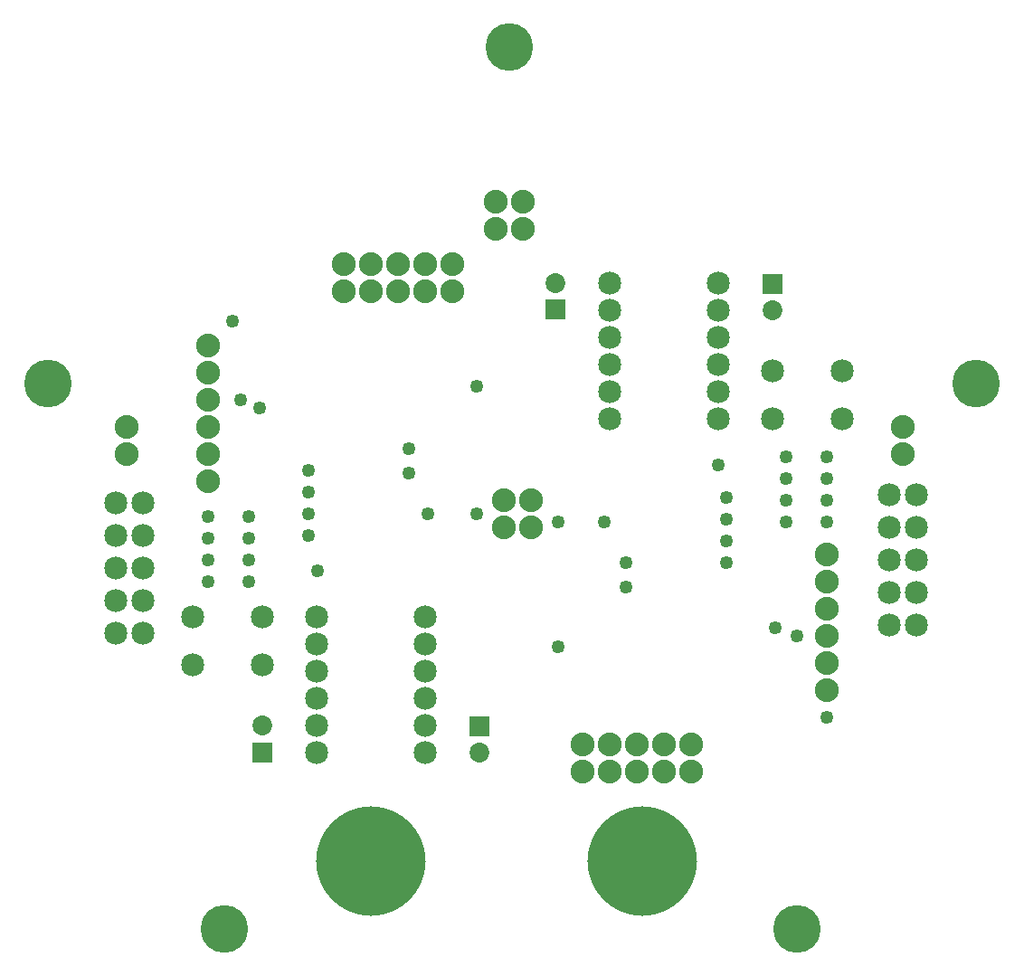
<source format=gbs>
G04 MADE WITH FRITZING*
G04 WWW.FRITZING.ORG*
G04 DOUBLE SIDED*
G04 HOLES PLATED*
G04 CONTOUR ON CENTER OF CONTOUR VECTOR*
%ASAXBY*%
%FSLAX23Y23*%
%MOIN*%
%OFA0B0*%
%SFA1.0B1.0*%
%ADD10C,0.049370*%
%ADD11C,0.085000*%
%ADD12C,0.088000*%
%ADD13C,0.175354*%
%ADD14C,0.072992*%
%ADD15C,0.403700*%
%ADD16R,0.072992X0.072992*%
%LNMASK0*%
G90*
G70*
G54D10*
X2970Y1274D03*
X2890Y1304D03*
X920Y2144D03*
X990Y2114D03*
G54D11*
X3310Y1314D03*
X3410Y1314D03*
X560Y1284D03*
X460Y1284D03*
X560Y1404D03*
X460Y1404D03*
X560Y1764D03*
X460Y1764D03*
X560Y1644D03*
X460Y1644D03*
X560Y1524D03*
X460Y1524D03*
X3310Y1794D03*
X3410Y1794D03*
X3310Y1434D03*
X3410Y1434D03*
X3310Y1554D03*
X3410Y1554D03*
X3310Y1674D03*
X3410Y1674D03*
G54D10*
X950Y1474D03*
X950Y1634D03*
X800Y1714D03*
X950Y1554D03*
X800Y1634D03*
X800Y1554D03*
X950Y1714D03*
X800Y1474D03*
X3080Y1774D03*
X3080Y1854D03*
X3080Y1934D03*
X3080Y1694D03*
X2930Y1934D03*
X2930Y1854D03*
X2930Y1774D03*
X2930Y1694D03*
X2090Y1694D03*
X2090Y1234D03*
X3080Y974D03*
X1790Y1724D03*
X1790Y2194D03*
X890Y2434D03*
X2680Y1904D03*
X1201Y1514D03*
G54D12*
X1860Y2874D03*
X1860Y2774D03*
X1860Y2874D03*
X1860Y2774D03*
X1960Y2774D03*
X1960Y2874D03*
G54D13*
X3630Y2204D03*
X2970Y194D03*
X860Y194D03*
X210Y2204D03*
X1910Y3444D03*
G54D10*
X1170Y1884D03*
X2710Y1784D03*
X1170Y1804D03*
X2710Y1704D03*
X1170Y1724D03*
X2710Y1624D03*
X1170Y1644D03*
X2710Y1544D03*
X1540Y1964D03*
X2340Y1544D03*
X1540Y1874D03*
X2340Y1454D03*
X2260Y1694D03*
X1610Y1724D03*
G54D11*
X2680Y2574D03*
X2280Y2574D03*
X1200Y844D03*
X1600Y844D03*
X2680Y2474D03*
X2280Y2474D03*
X1200Y944D03*
X1600Y944D03*
X2680Y2374D03*
X2280Y2374D03*
X1200Y1044D03*
X1600Y1044D03*
X2680Y2274D03*
X2280Y2274D03*
X1200Y1144D03*
X1600Y1144D03*
X2680Y2174D03*
X2280Y2174D03*
X1200Y1244D03*
X1600Y1244D03*
X2680Y2074D03*
X2280Y2074D03*
X1200Y1344D03*
X1600Y1344D03*
G54D14*
X2880Y2572D03*
X2880Y2474D03*
X1000Y845D03*
X1000Y944D03*
X2080Y2476D03*
X2080Y2574D03*
X1800Y942D03*
X1800Y844D03*
G54D12*
X2180Y774D03*
X2280Y774D03*
X2380Y774D03*
X2480Y774D03*
X2580Y774D03*
X1700Y2644D03*
X1600Y2644D03*
X1500Y2644D03*
X1400Y2644D03*
X1300Y2644D03*
X2180Y874D03*
X2280Y874D03*
X2380Y874D03*
X2480Y874D03*
X2580Y874D03*
X1700Y2544D03*
X1600Y2544D03*
X1500Y2544D03*
X1400Y2544D03*
X1300Y2544D03*
X3080Y1074D03*
X3080Y1174D03*
X3080Y1274D03*
X3080Y1374D03*
X3080Y1474D03*
X3080Y1574D03*
X800Y2344D03*
X800Y2244D03*
X800Y2144D03*
X800Y2044D03*
X800Y1944D03*
X800Y1844D03*
G54D11*
X2880Y2251D03*
X3136Y2251D03*
X2880Y2074D03*
X3136Y2074D03*
X1000Y1167D03*
X744Y1167D03*
X1000Y1344D03*
X744Y1344D03*
G54D15*
X2400Y444D03*
X1400Y444D03*
G54D12*
X1990Y1674D03*
X1990Y1774D03*
X1890Y1674D03*
X1890Y1774D03*
X3360Y1944D03*
X3360Y2044D03*
X500Y2044D03*
X500Y1944D03*
G54D16*
X2880Y2572D03*
X1000Y845D03*
X2080Y2476D03*
X1800Y942D03*
G04 End of Mask0*
M02*
</source>
